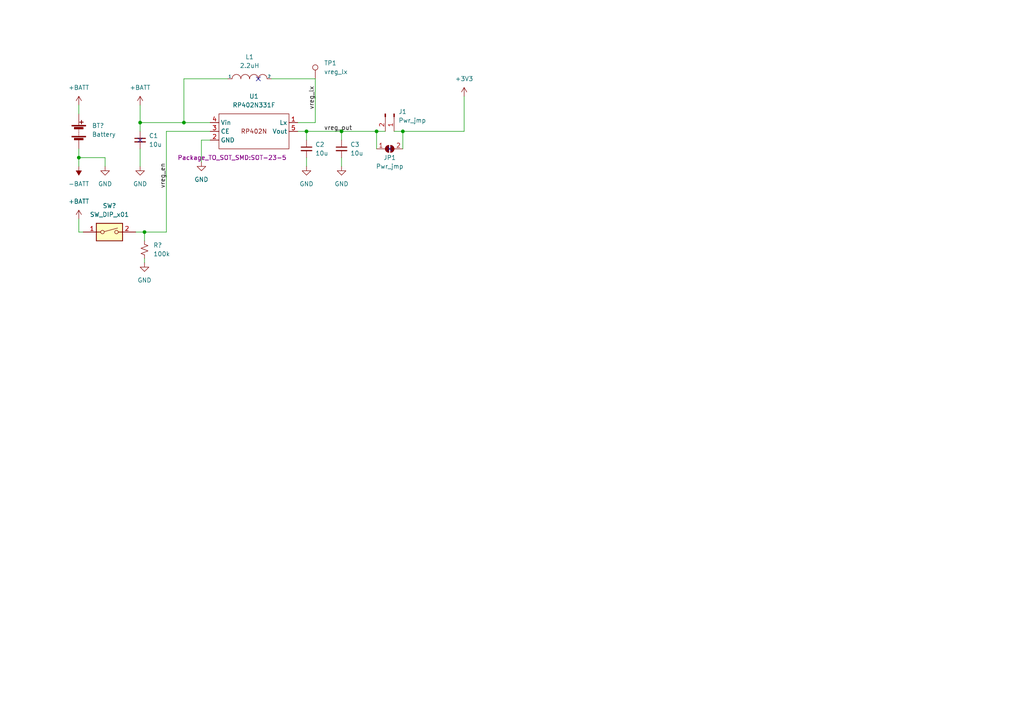
<source format=kicad_sch>
(kicad_sch (version 20211123) (generator eeschema)
  (paper "A4")
  (lib_symbols
    (symbol "Connector:Conn_01x02_Male" (pin_names (offset 1.016) hide)
      (property "Reference" "J" (at 0 2.54 0))
      (property "Value" "Conn_01x02_Male" (at 0 -5.08 0))
      (symbol "Conn_01x02_Male_1_1"
        (polyline (pts (xy 1.27 -2.54) (xy 0.8636 -2.54)) (stroke (width 0.1524)))
        (polyline (pts (xy 1.27 0) (xy 0.8636 0)) (stroke (width 0.1524)))
        (rectangle (start 0.8636 -2.413) (end 0 -2.667) (stroke (width 0.1524)) (fill (type outline)))
        (rectangle (start 0.8636 0.127) (end 0 -0.127) (stroke (width 0.1524)) (fill (type outline)))
        (pin passive line (at 5.08 0 180) (length 3.81) (name "Pin_1") (number "1"))
        (pin passive line (at 5.08 -2.54 180) (length 3.81) (name "Pin_2") (number "2"))
      )
    )
    (symbol "Connector:TestPoint" (pin_numbers hide) (pin_names (offset 0.762) hide)
      (property "Reference" "TP" (at 0 6.858 0))
      (property "Value" "TestPoint" (at 0 5.08 0))
      (symbol "TestPoint_0_1"
        (circle (center 0 3.302) (radius 0.762))
      )
      (symbol "TestPoint_1_1"
        (pin passive line (at 0 0 90) (length 2.54) (name "1") (number "1"))
      )
    )
    (symbol "Device:Battery" (pin_numbers hide) (pin_names (offset 0) hide)
      (property "Reference" "BT" (at 2.54 2.54 0))
      (property "Value" "Battery" (at 2.54 0 0))
      (symbol "Battery_0_1"
        (rectangle (start -2.032 -1.397) (end 2.032 -1.651) (fill (type outline)))
        (rectangle (start -2.032 1.778) (end 2.032 1.524) (fill (type outline)))
        (rectangle (start -1.3208 -1.9812) (end 1.27 -2.4892) (fill (type outline)))
        (rectangle (start -1.3208 1.1938) (end 1.27 0.6858) (fill (type outline)))
        (polyline (pts (xy 0 -1.524) (xy 0 -1.27)))
        (polyline (pts (xy 0 -1.016) (xy 0 -0.762)))
        (polyline (pts (xy 0 -0.508) (xy 0 -0.254)))
        (polyline (pts (xy 0 0) (xy 0 0.254)))
        (polyline (pts (xy 0 0.508) (xy 0 0.762)))
        (polyline (pts (xy 0 1.778) (xy 0 2.54)))
        (polyline (pts (xy 0.254 2.667) (xy 1.27 2.667)) (stroke (width 0.254)))
        (polyline (pts (xy 0.762 3.175) (xy 0.762 2.159)) (stroke (width 0.254)))
      )
      (symbol "Battery_1_1"
        (pin passive line (at 0 5.08 270) (length 2.54) (name "+") (number "1"))
        (pin passive line (at 0 -5.08 90) (length 2.54) (name "-") (number "2"))
      )
    )
    (symbol "Device:C_Small" (pin_numbers hide) (pin_names (offset 0.254) hide)
      (property "Reference" "C" (at 0.254 1.778 0))
      (property "Value" "C_Small" (at 0.254 -2.032 0))
      (symbol "C_Small_0_1"
        (polyline (pts (xy -1.524 -0.508) (xy 1.524 -0.508)) (stroke (width 0.3302)))
        (polyline (pts (xy -1.524 0.508) (xy 1.524 0.508)) (stroke (width 0.3048)))
      )
      (symbol "C_Small_1_1"
        (pin passive line (at 0 2.54 270) (length 2.032) (name "~") (number "1"))
        (pin passive line (at 0 -2.54 90) (length 2.032) (name "~") (number "2"))
      )
    )
    (symbol "Device:R_Small_US" (pin_numbers hide) (pin_names (offset 0.254) hide)
      (property "Reference" "R" (at 0.762 0.508 0))
      (property "Value" "R_Small_US" (at 0.762 -1.016 0))
      (symbol "R_Small_US_1_1"
        (polyline (pts (xy 0 0) (xy 1.016 -0.381) (xy 0 -0.762) (xy -1.016 -1.143) (xy 0 -1.524)))
        (polyline (pts (xy 0 1.524) (xy 1.016 1.143) (xy 0 0.762) (xy -1.016 0.381) (xy 0 0)))
        (pin passive line (at 0 2.54 270) (length 1.016) (name "~") (number "1"))
        (pin passive line (at 0 -2.54 90) (length 1.016) (name "~") (number "2"))
      )
    )
    (symbol "Jumper:SolderJumper_2_Open" (pin_names (offset 0) hide)
      (property "Reference" "JP" (at 0 2.032 0))
      (property "Value" "SolderJumper_2_Open" (at 0 -2.54 0))
      (symbol "SolderJumper_2_Open_0_1"
        (arc (start -0.254 1.016) (mid -1.27 0) (end -0.254 -1.016))
        (arc (start -0.254 1.016) (mid -1.27 0) (end -0.254 -1.016) (fill (type outline)))
        (polyline (pts (xy -0.254 1.016) (xy -0.254 -1.016)))
        (polyline (pts (xy 0.254 1.016) (xy 0.254 -1.016)))
        (arc (start 0.254 -1.016) (mid 1.27 0) (end 0.254 1.016))
        (arc (start 0.254 -1.016) (mid 1.27 0) (end 0.254 1.016) (fill (type outline)))
      )
      (symbol "SolderJumper_2_Open_1_1"
        (pin passive line (at -3.81 0 0) (length 2.54) (name "A") (number "1"))
        (pin passive line (at 3.81 0 180) (length 2.54) (name "B") (number "2"))
      )
    )
    (symbol "RP402NX:RP402NXXXX"
      (property "Reference" "U" (at 10.16 6.35 0))
      (property "Value" "RP402NXXXX" (at -10.16 6.35 0))
      (symbol "RP402NXXXX_0_0"
        (text "RP402N" (at 0 0 0) (effects (font (size 1.27 1.27))))
        (pin bidirectional line (at 12.7 2.54 180) (length 2.54) (name "Lx") (number "1"))
        (pin power_in line (at -12.7 -2.54 0) (length 2.54) (name "GND") (number "2"))
        (pin input line (at -12.7 0 0) (length 2.54) (name "CE") (number "3"))
        (pin power_in line (at -12.7 2.54 0) (length 2.54) (name "Vin") (number "4"))
        (pin power_out line (at 12.7 0 180) (length 2.54) (name "Vout") (number "5"))
      )
      (symbol "RP402NXXXX_0_1"
        (rectangle (start -10.16 5.08) (end 10.16 -5.08))
      )
    )
    (symbol "Switch:SW_DIP_x01" (pin_names (offset 0) hide)
      (property "Reference" "SW" (at 0 3.81 0))
      (property "Value" "SW_DIP_x01" (at 0 -3.81 0))
      (symbol "SW_DIP_x01_0_0"
        (circle (center -2.032 0) (radius 0.508))
        (polyline (pts (xy -1.524 0.127) (xy 2.3622 1.1684)))
        (circle (center 2.032 0) (radius 0.508))
      )
      (symbol "SW_DIP_x01_0_1"
        (rectangle (start -3.81 2.54) (end 3.81 -2.54) (stroke (width 0.254)) (fill (type background)))
      )
      (symbol "SW_DIP_x01_1_1"
        (pin passive line (at -7.62 0 0) (length 5.08) (name "~") (number "1"))
        (pin passive line (at 7.62 0 180) (length 5.08) (name "~") (number "2"))
      )
    )
    (symbol "power:+3V3" (power) (pin_names (offset 0))
      (property "Value" "+3V3" (at 0 3.556 0))
      (symbol "+3V3_0_1"
        (polyline (pts (xy -0.762 1.27) (xy 0 2.54)))
        (polyline (pts (xy 0 0) (xy 0 2.54)))
        (polyline (pts (xy 0 2.54) (xy 0.762 1.27)))
      )
      (symbol "+3V3_1_1"
        (pin power_in line (at 0 0 90) (length 0) hide (name "+3V3") (number "1"))
      )
    )
    (symbol "power:+BATT" (power) (pin_names (offset 0))
      (property "Value" "+BATT" (at 0 3.556 0))
      (symbol "+BATT_0_1"
        (polyline (pts (xy -0.762 1.27) (xy 0 2.54)))
        (polyline (pts (xy 0 0) (xy 0 2.54)))
        (polyline (pts (xy 0 2.54) (xy 0.762 1.27)))
      )
      (symbol "+BATT_1_1"
        (pin power_in line (at 0 0 90) (length 0) hide (name "+BATT") (number "1"))
      )
    )
    (symbol "power:-BATT" (power) (pin_names (offset 0))
      (property "Value" "-BATT" (at 0 3.556 0))
      (symbol "-BATT_0_1"
        (polyline (pts (xy 0 0) (xy 0 2.54)))
        (polyline (pts (xy 0.762 1.27) (xy -0.762 1.27) (xy 0 2.54) (xy 0.762 1.27)) (fill (type outline)))
      )
      (symbol "-BATT_1_1"
        (pin power_in line (at 0 0 90) (length 0) hide (name "-BATT") (number "1"))
      )
    )
    (symbol "power:GND" (power) (pin_names (offset 0))
      (property "Value" "GND" (at 0 -3.81 0))
      (symbol "GND_0_1"
        (polyline (pts (xy 0 0) (xy 0 -1.27) (xy 1.27 -1.27) (xy 0 -2.54) (xy -1.27 -1.27) (xy 0 -1.27)))
      )
      (symbol "GND_1_1"
        (pin power_in line (at 0 0 270) (length 0) hide (name "GND") (number "1"))
      )
    )
    (symbol "pspice:INDUCTOR" (pin_numbers hide) (pin_names (offset 0))
      (property "Reference" "L" (at 0 2.54 0))
      (property "Value" "INDUCTOR" (at 0 -1.27 0))
      (symbol "INDUCTOR_0_1"
        (arc (start -2.54 0) (mid -3.81 1.27) (end -5.08 0))
        (arc (start 0 0) (mid -1.27 1.27) (end -2.54 0))
        (arc (start 2.54 0) (mid 1.27 1.27) (end 0 0))
        (arc (start 5.08 0) (mid 3.81 1.27) (end 2.54 0))
      )
      (symbol "INDUCTOR_1_1"
        (pin input line (at -6.35 0 0) (length 1.27) (name "1") (number "1"))
        (pin input line (at 6.35 0 180) (length 1.27) (name "2") (number "2"))
      )
    )
  )
  (junction (at 109.22 38.1))
  (junction (at 22.86 45.72))
  (junction (at 88.9 38.1))
  (junction (at 116.84 38.1))
  (junction (at 53.34 35.56))
  (junction (at 40.64 35.56))
  (junction (at 41.91 67.31))
  (junction (at 99.06 38.1))
  (no_connect (at 113.03 43.18))
  (no_connect (at 74.93 22.86))
  (no_connect (at 40.64 40.64))
  (wire (pts (xy 22.86 48.26) (xy 22.86 45.72)))
  (wire (pts (xy 66.04 22.86) (xy 53.34 22.86)))
  (wire (pts (xy 53.34 35.56) (xy 60.96 35.56)))
  (wire (pts (xy 99.06 45.72) (xy 99.06 48.26)))
  (wire (pts (xy 41.91 74.93) (xy 41.91 76.2)))
  (wire (pts (xy 88.9 45.72) (xy 88.9 48.26)))
  (wire (pts (xy 91.44 35.56) (xy 91.44 22.86)))
  (wire (pts (xy 99.06 38.1) (xy 99.06 40.64)))
  (wire (pts (xy 40.64 35.56) (xy 40.64 38.1)))
  (wire (pts (xy 40.64 30.48) (xy 40.64 35.56)))
  (wire (pts (xy 114.3 38.1) (xy 116.84 38.1)))
  (wire (pts (xy 40.64 35.56) (xy 53.34 35.56)))
  (wire (pts (xy 116.84 38.1) (xy 116.84 43.18)))
  (wire (pts (xy 40.64 43.18) (xy 40.64 48.26)))
  (wire (pts (xy 53.34 22.86) (xy 53.34 35.56)))
  (wire (pts (xy 134.62 27.94) (xy 134.62 38.1)))
  (wire (pts (xy 22.86 45.72) (xy 30.48 45.72)))
  (wire (pts (xy 41.91 67.31) (xy 41.91 69.85)))
  (wire (pts (xy 116.84 38.1) (xy 134.62 38.1)))
  (wire (pts (xy 22.86 63.5) (xy 22.86 67.31)))
  (wire (pts (xy 41.91 67.31) (xy 48.26 67.31)))
  (wire (pts (xy 86.36 35.56) (xy 91.44 35.56)))
  (wire (pts (xy 88.9 38.1) (xy 88.9 40.64)))
  (wire (pts (xy 30.48 45.72) (xy 30.48 48.26)))
  (wire (pts (xy 39.37 67.31) (xy 41.91 67.31)))
  (wire (pts (xy 109.22 38.1) (xy 111.76 38.1)))
  (wire (pts (xy 109.22 38.1) (xy 109.22 43.18)))
  (wire (pts (xy 48.26 38.1) (xy 60.96 38.1)))
  (wire (pts (xy 22.86 43.18) (xy 22.86 45.72)))
  (wire (pts (xy 48.26 67.31) (xy 48.26 38.1)))
  (wire (pts (xy 86.36 38.1) (xy 88.9 38.1)))
  (wire (pts (xy 91.44 22.86) (xy 78.74 22.86)))
  (wire (pts (xy 88.9 38.1) (xy 99.06 38.1)))
  (wire (pts (xy 99.06 38.1) (xy 109.22 38.1)))
  (wire (pts (xy 22.86 30.48) (xy 22.86 33.02)))
  (wire (pts (xy 24.13 67.31) (xy 22.86 67.31)))
  (wire (pts (xy 58.42 40.64) (xy 60.96 40.64)))
  (wire (pts (xy 58.42 46.99) (xy 58.42 40.64)))
  (label "vreg_out" (at 93.98 38.1 0))
  (label "vreg_en" (at 48.26 54.61 90))
  (label "vreg_lx" (at 91.44 31.75 90))
  (symbol (lib_id "Jumper:SolderJumper_2_Open") (at 113.03 43.18 0) (unit 1)
    (property "Reference" "JP1" (at 113.03 45.72 0))
    (property "Value" "Pwr_jmp" (at 113.03 48.26 0))
    (property "Footprint" "Jumper:SolderJumper-2_P1.3mm_Open_TrianglePad1.0x1.5mm" (effects hide))
  )
  (symbol (lib_id "pspice:INDUCTOR") (at 72.39 22.86 0) (unit 1)
    (property "Reference" "L1" (at 72.39 16.51 0))
    (property "Value" "2.2uH" (at 72.39 19.05 0))
    (property "Footprint" "TDK_VLS3012HBX:TDK-VLS3012HBX-0-0-MFG" (effects hide))
    (property "RecPart" "VLS3012HBX-2R2M/VLF403215MT-2R2M/NRS5020T2R2NMGJ" (effects hide))
  )
  (symbol (lib_id "Switch:SW_DIP_x01") (at 31.75 67.31 0) (unit 1)
    (property "Reference" "SW?" (at 31.75 59.69 0))
    (property "Value" "SW_DIP_x01" (at 31.75 62.23 0))
  )
  (symbol (lib_id "Connector:Conn_01x02_Male") (at 114.3 33.02 270) (unit 1)
    (property "Reference" "J1" (at 115.57 32.3849 90) (effects (justify left)))
    (property "Value" "Pwr_jmp" (at 115.57 34.9249 90) (effects (justify left)))
    (property "Footprint" "Connector_PinHeader_2.54mm:PinHeader_1x02_P2.54mm_Vertical" (effects hide))
  )
  (symbol (lib_id "Connector:TestPoint") (at 91.44 22.86 0) (unit 1)
    (property "Reference" "TP1" (at 93.98 18.2879 0) (effects (justify left)))
    (property "Value" "vreg_lx" (at 93.98 20.8279 0) (effects (justify left)))
    (property "Footprint" "TestPoint:TestPoint_Pad_2.0x2.0mm" (effects hide))
  )
  (symbol (lib_id "Device:C_Small") (at 88.9 43.18 0) (unit 1)
    (property "Reference" "C2" (at 91.44 41.9162 0) (effects (justify left)))
    (property "Value" "10u" (at 91.44 44.4562 0) (effects (justify left)))
    (property "Footprint" "Capacitor_SMD:C_0805_2012Metric" (effects hide))
    (property "RecPart" "GRM188R60J106ME47" (effects hide))
  )
  (symbol (lib_id "power:GND") (at 88.9 48.26 0) (unit 1)
    (property "Reference" "#PWR0104" (effects hide))
    (property "Value" "GND" (at 88.9 53.34 0))
  )
  (symbol (lib_id "power:GND") (at 41.91 76.2 0) (unit 1)
    (property "Reference" "#PWR?" (effects hide))
    (property "Value" "GND" (at 41.91 81.28 0))
  )
  (symbol (lib_id "power:GND") (at 40.64 48.26 0) (unit 1)
    (property "Reference" "#PWR0103" (effects hide))
    (property "Value" "GND" (at 40.64 53.34 0))
  )
  (symbol (lib_id "power:GND") (at 30.48 48.26 0) (unit 1)
    (property "Reference" "#PWR?" (effects hide))
    (property "Value" "GND" (at 30.48 53.34 0))
  )
  (symbol (lib_id "power:GND") (at 58.42 46.99 0) (unit 1)
    (property "Reference" "#PWR0102" (effects hide))
    (property "Value" "GND" (at 58.42 52.07 0))
  )
  (symbol (lib_id "power:+BATT") (at 22.86 30.48 0) (unit 1)
    (property "Reference" "#PWR?" (effects hide))
    (property "Value" "+BATT" (at 22.86 25.4 0))
  )
  (symbol (lib_id "power:+BATT") (at 22.86 63.5 0) (unit 1)
    (property "Reference" "#PWR?" (effects hide))
    (property "Value" "+BATT" (at 22.86 58.42 0))
  )
  (symbol (lib_id "power:GND") (at 99.06 48.26 0) (unit 1)
    (property "Reference" "#PWR0105" (effects hide))
    (property "Value" "GND" (at 99.06 53.34 0))
  )
  (symbol (lib_id "power:+BATT") (at 40.64 30.48 0) (unit 1)
    (property "Reference" "#PWR0101" (effects hide))
    (property "Value" "+BATT" (at 40.64 25.4 0))
  )
  (symbol (lib_id "Device:R_Small_US") (at 41.91 72.39 0) (unit 1)
    (property "Reference" "R?" (at 44.45 71.1199 0) (effects (justify left)))
    (property "Value" "100k" (at 44.45 73.6599 0) (effects (justify left)))
    (property "Footprint" "Resistor_SMD:R_0805_2012Metric" (effects hide))
  )
  (symbol (lib_id "power:+3V3") (at 134.62 27.94 0) (unit 1)
    (property "Reference" "#PWR0106" (effects hide))
    (property "Value" "+3V3" (at 134.62 22.86 0))
  )
  (symbol (lib_id "RP402NX:RP402NXXXX") (at 73.66 38.1 0) (unit 1)
    (property "Reference" "U1" (at 73.66 27.94 0))
    (property "Value" "RP402N331F" (at 73.66 30.48 0))
    (property "Footprint" "Package_TO_SOT_SMD:SOT-23-5" (at 67.31 45.72 0))
  )
  (symbol (lib_id "Device:C_Small") (at 99.06 43.18 0) (unit 1)
    (property "Reference" "C3" (at 101.6 41.9162 0) (effects (justify left)))
    (property "Value" "10u" (at 101.6 44.4562 0) (effects (justify left)))
    (property "Footprint" "Capacitor_SMD:C_0805_2012Metric" (effects hide))
    (property "RecPart" "GRM188R60J106ME47" (effects hide))
  )
  (symbol (lib_id "Device:C_Small") (at 40.64 40.64 0) (unit 1)
    (property "Reference" "C1" (at 43.18 39.3762 0) (effects (justify left)))
    (property "Value" "10u" (at 43.18 41.9162 0) (effects (justify left)))
    (property "Footprint" "Capacitor_SMD:C_0805_2012Metric" (effects hide))
    (property "RecPart" "GRM188R60J106ME47" (effects hide))
  )
  (symbol (lib_id "power:-BATT") (at 22.86 48.26 180) (unit 1)
    (property "Reference" "#PWR?" (effects hide))
    (property "Value" "-BATT" (at 22.86 53.34 0))
  )
  (symbol (lib_id "Device:Battery") (at 22.86 38.1 0) (unit 1)
    (property "Reference" "BT?" (at 26.67 36.4489 0) (effects (justify left)))
    (property "Value" "Battery" (at 26.67 38.9889 0) (effects (justify left)))
    (property "Footprint" "Battery:BatteryHolder_TruPower_BH-331P_3xAA" (effects hide))
  )
)
</source>
